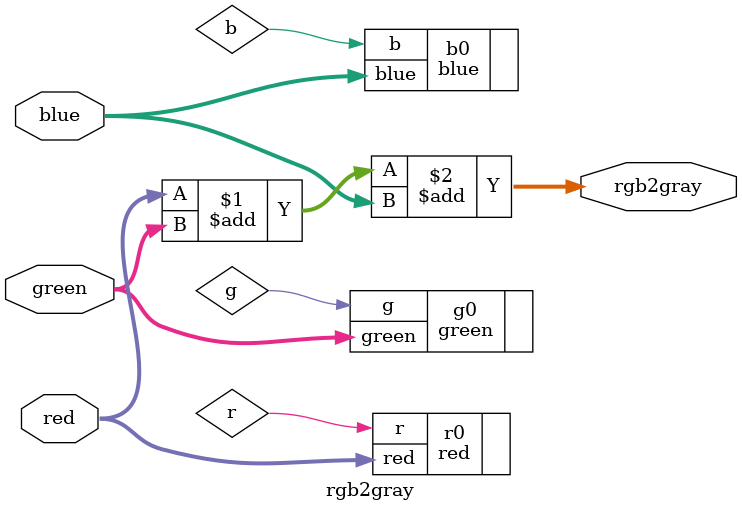
<source format=v>
module rgb2gray(rgb2gray,red,green,blue);

input [7:0]red, green, blue;

output [7:0]rgb2gray;

assign rgb2gray=red+green+blue;

red r0(.red(red),.r(r));
green g0(.green(green),.g(g));
blue b0(.blue(blue),.b(b));

endmodule
</source>
